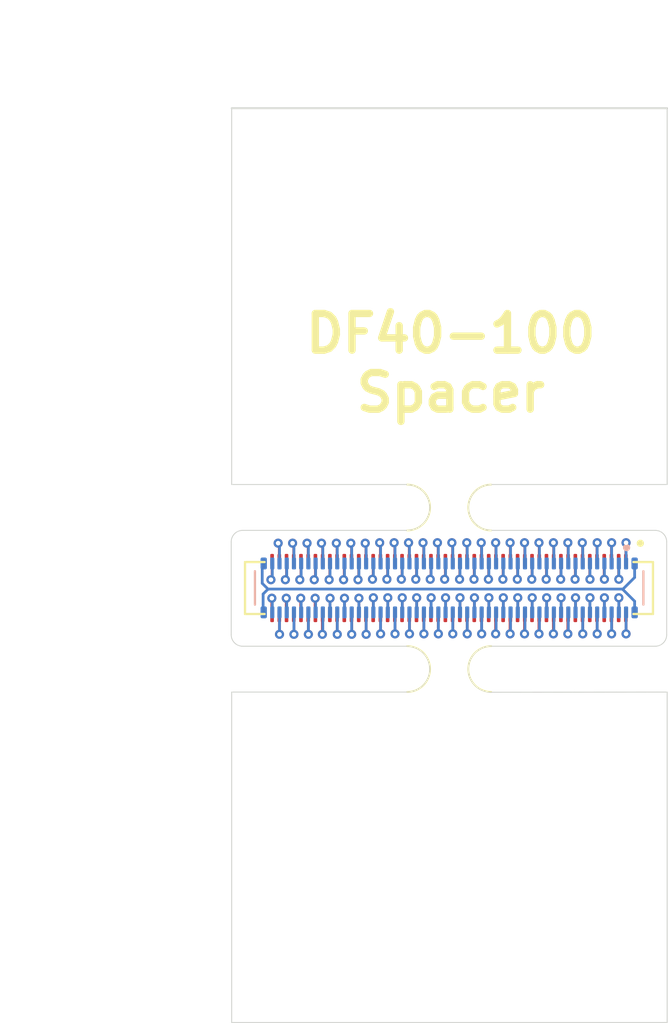
<source format=kicad_pcb>
(kicad_pcb (version 20240108) (generator "pcbnew") (generator_version "8.0")
  (layers (0 "F.Cu" signal) (31 "B.Cu" signal) (34 "B.Paste" user) (35 "F.Paste" user) (36 "B.SilkS" user "B.Silkscreen") (37 "F.SilkS" user "F.Silkscreen") (38 "B.Mask" user) (39 "F.Mask" user) (44 "Edge.Cuts" user))
  (net 0 "")
  (net 1 "Net-(J1-Pad67)")
  (net 2 "Net-(J1-Pad4)")
  (net 3 "Net-(J1-Pad35)")
  (net 4 "Net-(J1-Pad29)")
  (net 5 "Net-(J1-Pad56)")
  (net 6 "Net-(J1-Pad84)")
  (net 7 "Net-(J1-Pad6)")
  (net 8 "Net-(J1-Pad5)")
  (net 9 "Net-(J1-Pad91)")
  (net 10 "Net-(J1-Pad28)")
  (net 11 "Net-(J1-Pad68)")
  (net 12 "Net-(J1-Pad8)")
  (net 13 "Net-(J1-Pad65)")
  (net 14 "Net-(J1-Pad17)")
  (net 15 "Net-(J1-Pad48)")
  (net 16 "Net-(J1-Pad36)")
  (net 17 "Net-(J1-Pad63)")
  (net 18 "Net-(J1-Pad43)")
  (net 19 "Net-(J1-Pad49)")
  (net 20 "Net-(J1-Pad69)")
  (net 21 "Net-(J1-Pad15)")
  (net 22 "Net-(J1-Pad50)")
  (net 23 "Net-(J1-Pad26)")
  (net 24 "Net-(J1-Pad20)")
  (net 25 "Net-(J1-Pad53)")
  (net 26 "Net-(J1-Pad40)")
  (net 27 "Net-(J1-Pad18)")
  (net 28 "Net-(J1-Pad58)")
  (net 29 "Net-(J1-Pad73)")
  (net 30 "Net-(J1-Pad12)")
  (net 31 "Net-(J1-Pad98)")
  (net 32 "Net-(J1-Pad21)")
  (net 33 "Net-(J1-Pad89)")
  (net 34 "Net-(J1-Pad90)")
  (net 35 "Net-(J1-Pad54)")
  (net 36 "Net-(J1-Pad71)")
  (net 37 "Net-(J1-Pad79)")
  (net 38 "Net-(J1-Pad3)")
  (net 39 "Net-(J1-Pad64)")
  (net 40 "Net-(J1-Pad14)")
  (net 41 "Net-(J1-Pad92)")
  (net 42 "Net-(J1-Pad25)")
  (net 43 "Net-(J1-Pad13)")
  (net 44 "Net-(J1-Pad70)")
  (net 45 "Net-(J1-Pad57)")
  (net 46 "Net-(J1-Pad32)")
  (net 47 "Net-(J1-Pad61)")
  (net 48 "Net-(J1-Pad11)")
  (net 49 "Net-(J1-Pad7)")
  (net 50 "Net-(J1-Pad39)")
  (net 51 "Net-(J1-Pad34)")
  (net 52 "Net-(J1-Pad47)")
  (net 53 "Net-(J1-Pad27)")
  (net 54 "Net-(J1-Pad44)")
  (net 55 "Net-(J1-Pad93)")
  (net 56 "Net-(J1-Pad30)")
  (net 57 "Net-(J1-Pad82)")
  (net 58 "Net-(J1-Pad96)")
  (net 59 "Net-(J1-Pad23)")
  (net 60 "Net-(J1-Pad38)")
  (net 61 "Net-(J1-Pad2)")
  (net 62 "Net-(J1-Pad100)")
  (net 63 "Net-(J1-Pad83)")
  (net 64 "Net-(J1-Pad9)")
  (net 65 "Net-(J1-Pad42)")
  (net 66 "Net-(J1-Pad99)")
  (net 67 "Net-(J1-Pad85)")
  (net 68 "Net-(J1-Pad74)")
  (net 69 "Net-(J1-Pad86)")
  (net 70 "Net-(J1-Pad1)")
  (net 71 "Net-(J1-Pad10)")
  (net 72 "Net-(J1-Pad62)")
  (net 73 "Net-(J1-Pad46)")
  (net 74 "Net-(J1-Pad87)")
  (net 75 "Net-(J1-Pad72)")
  (net 76 "Net-(J1-Pad33)")
  (net 77 "Net-(J1-Pad22)")
  (net 78 "Net-(J1-Pad80)")
  (net 79 "Net-(J1-Pad97)")
  (net 80 "Net-(J1-Pad16)")
  (net 81 "Net-(J1-Pad88)")
  (net 82 "Net-(J1-Pad52)")
  (net 83 "Net-(J1-Pad19)")
  (net 84 "Net-(J1-Pad81)")
  (net 85 "Net-(J1-Pad60)")
  (net 86 "Net-(J1-Pad45)")
  (net 87 "Net-(J1-Pad95)")
  (net 88 "Net-(J1-Pad75)")
  (net 89 "Net-(J1-Pad51)")
  (net 90 "Net-(J1-Pad24)")
  (net 91 "Net-(J1-Pad31)")
  (net 92 "Net-(J1-Pad66)")
  (net 93 "Net-(J1-Pad55)")
  (net 94 "Net-(J1-Pad41)")
  (net 95 "Net-(J1-Pad94)")
  (net 96 "Net-(J1-Pad77)")
  (net 97 "Net-(J1-Pad37)")
  (net 98 "Net-(J1-Pad59)")
  (net 99 "Net-(J1-Pad78)")
  (net 100 "Net-(J1-Pad76)")
  (footprint "MountingHole:MountingHole_2.7mm_M2.5" (layer "F.Cu") (at 140.93 68.01)
    (property "Reference" "H1" (hide yes))
    (property "Value" "Thermocouple hole" (hide yes))
  )
  (footprint "DF40C-100DS-0.4V_51_:HIROSE_DF40C-100DS-0.4V_51_" (layer "F.Cu") (at 148.515 89.06)
    (property "Reference" "J1" (hide yes))
    (property "Value" "DF40C-100DS-0.4V_51_" (hide yes))
  )
  (footprint "MountingHole:MountingHole_2.7mm_M2.5" (layer "F.Cu") (at 155.94 68.01)
    (property "Reference" "H2" (hide yes))
    (property "Value" "Thermocouple hole" (hide yes))
  )
  (footprint "MountingHole:MountingHole_2.7mm_M2.5" (layer "F.Cu") (at 155.94 106.49)
    (property "Reference" "H4" (hide yes))
    (property "Value" "Thermocouple hole" (hide yes))
  )
  (footprint "Mousebites:mouse-bite-2.54mm-slot" (layer "F.Cu") (at 148.525 84.6)
    (property "Reference" "MB1" (hide yes))
    (property "Value" "Mousebites" (hide yes))
  )
  (footprint "Mousebites:mouse-bite-2.54mm-slot" (layer "F.Cu") (at 148.525 93.55 180)
    (property "Reference" "MB2" (hide yes))
    (property "Value" "Mousebites" (hide yes))
  )
  (footprint "MountingHole:MountingHole_2.7mm_M2.5" (layer "F.Cu") (at 140.93 106.49)
    (property "Reference" "H3" (hide yes))
    (property "Value" "Thermocouple hole" (hide yes))
  )
  (footprint "DF40C_100DP_0_4V_51_:HIROSE_DF40C-100DP-0.4V_51_" (layer "B.Cu") (at 148.525 89.055 180)
    (property "Reference" "J2" (hide yes))
    (property "Value" "DF40C-100DP-0.4V_51_" (hide yes))
  )
  (gr_line (start 136.475 94.825) (end 146.175 94.825) (stroke (width 0.05)) (layer "Edge.Cuts"))
  (gr_line (start 150.875 94.835283) (end 160.6 94.825) (stroke (width 0.05)) (layer "Edge.Cuts"))
  (gr_line (start 159.94 92.285987) (end 150.87 92.285987) (stroke (width 0.05)) (layer "Edge.Cuts"))
  (gr_line (start 146.175 92.285987) (end 137.085 92.285987) (stroke (width 0.05)) (layer "Edge.Cuts"))
  (gr_arc (start 159.94 85.865) (mid 160.389013 86.050987) (end 160.575 86.5) (stroke (width 0.05)) (layer "Edge.Cuts"))
  (gr_line (start 136.475 113.135) (end 160.6 113.135) (stroke (width 0.05)) (layer "Edge.Cuts"))
  (gr_arc (start 150.875101 94.835283) (mid 149.584802 93.557692) (end 150.875002 92.28) (stroke (width 0.05)) (layer "Edge.Cuts"))
  (gr_line (start 160.575 86.5) (end 160.575 91.65) (stroke (width 0.05)) (layer "Edge.Cuts"))
  (gr_arc (start 137.085 92.285987) (mid 136.635987 92.1) (end 136.45 91.650987) (stroke (width 0.05)) (layer "Edge.Cuts"))
  (gr_line (start 136.475 113.135) (end 136.475 94.825) (stroke (width 0.05)) (layer "Edge.Cuts"))
  (gr_arc (start 136.45 86.5) (mid 136.635987 86.050987) (end 137.085 85.865) (stroke (width 0.05)) (layer "Edge.Cuts"))
  (gr_line (start 136.475 83.325) (end 136.475 62.475) (stroke (width 0.05)) (layer "Edge.Cuts"))
  (gr_line (start 150.875 83.325) (end 160.6 83.325) (stroke (width 0.05)) (layer "Edge.Cuts"))
  (gr_arc (start 146.175 92.285987) (mid 147.454915 93.553125) (end 146.17544 94.820708) (stroke (width 0.05)) (layer "Edge.Cuts"))
  (gr_arc (start 160.575 91.650987) (mid 160.389013 92.1) (end 159.94 92.285987) (stroke (width 0.05)) (layer "Edge.Cuts"))
  (gr_arc (start 146.177505 83.330724) (mid 147.45742 84.597862) (end 146.177945 85.865445) (stroke (width 0.05)) (layer "Edge.Cuts"))
  (gr_line (start 136.475 62.475) (end 160.6 62.475) (stroke (width 0.1016)) (layer "Edge.Cuts"))
  (gr_line (start 136.45 91.65) (end 136.45 86.5) (stroke (width 0.05)) (layer "Edge.Cuts"))
  (gr_line (start 160.6 83.325) (end 160.6 62.475) (stroke (width 0.05)) (layer "Edge.Cuts"))
  (gr_line (start 160.6 113.135) (end 160.6 94.825) (stroke (width 0.05)) (layer "Edge.Cuts"))
  (gr_arc (start 150.875 85.865) (mid 149.595085 84.597862) (end 150.87456 83.330279) (stroke (width 0.05)) (layer "Edge.Cuts"))
  (gr_line (start 150.875 85.865) (end 159.94 85.865) (stroke (width 0.05)) (layer "Edge.Cuts"))
  (gr_line (start 137.085 85.865) (end 146.175 85.865) (stroke (width 0.05)) (layer "Edge.Cuts"))
  (gr_line (start 136.475 83.325) (end 146.18 83.325) (stroke (width 0.05)) (layer "Edge.Cuts"))
  (gr_text "DF40-100\nSpacer" (at 148.61 79.42 0) (layer "F.SilkS") (effects (font (size 2.032 2.032) (thickness 0.4064) (bold yes)) (justify bottom)))
  (segment (start 138.5251 89.1174) (end 138.4926 89.1174) (width 0.1524) (layer "B.Cu") (net 0))
  (segment (start 138.2174 90.3774) (end 138.25 90.41) (width 0.1524) (layer "B.Cu") (net 0))
  (segment (start 138.2174 89.3926) (end 138.2174 90.3774) (width 0.1524) (layer "B.Cu") (net 0))
  (segment (start 138.4926 89.1174) (end 138.2174 89.3926) (width 0.1524) (layer "B.Cu") (net 0))
  (segment (start 158.8 88.475) (end 158.8 87.7) (width 0.1524) (layer "B.Cu") (net 0))
  (segment (start 158.14125 89.13375) (end 158.1249 89.1174) (width 0.1524) (layer "B.Cu") (net 0))
  (segment (start 138.25 87.7) (end 138.1674 87.7826) (width 0.1524) (layer "B.Cu") (net 0))
  (segment (start 138.4849 89.1174) (end 138.5251 89.1174) (width 0.1524) (layer "B.Cu") (net 0))
  (segment (start 138.1674 88.7999) (end 138.4849 89.1174) (width 0.1524) (layer "B.Cu") (net 0))
  (segment (start 158.1249 89.1174) (end 138.5251 89.1174) (width 0.1524) (layer "B.Cu") (net 0))
  (segment (start 158.14125 89.13375) (end 158.8 88.475) (width 0.1524) (layer "B.Cu") (net 0))
  (segment (start 138.1674 87.7826) (end 138.1674 88.7999) (width 0.1524) (layer "B.Cu") (net 0))
  (segment (start 158.8 90.41) (end 158.8 89.7925) (width 0.1524) (layer "B.Cu") (net 0))
  (segment (start 158.8 89.7925) (end 158.14125 89.13375) (width 0.1524) (layer "B.Cu") (net 0))
  (segment (start 145.115 88.535) (end 145.075 88.575) (width 0.1524) (layer "F.Cu") (net 1))
  (segment (start 145.115 87.52) (end 145.115 88.535) (width 0.1524) (layer "F.Cu") (net 1))
  (via (at 145.075 88.575) (size 0.508) (drill 0.254) (layers "F.Cu" "B.Cu") (net 1))
  (segment (start 145.125 87.7) (end 145.125 88.525) (width 0.1524) (layer "B.Cu") (net 1))
  (segment (start 145.125 88.525) (end 145.075 88.575) (width 0.1524) (layer "B.Cu") (net 1))
  (segment (start 157.925 90.59) (end 157.915 90.6) (width 0.1524) (layer "F.Cu") (net 2))
  (segment (start 157.925 89.6) (end 157.925 90.59) (width 0.1524) (layer "F.Cu") (net 2))
  (via (at 157.925 89.6) (size 0.508) (drill 0.254) (layers "F.Cu" "B.Cu") (net 2))
  (segment (start 157.925 90.41) (end 157.925 89.6) (width 0.1524) (layer "B.Cu") (net 2))
  (segment (start 151.515 88.56) (end 151.5 88.575) (width 0.1524) (layer "F.Cu") (net 3))
  (segment (start 151.515 87.52) (end 151.515 88.56) (width 0.1524) (layer "F.Cu") (net 3))
  (via (at 151.5 88.575) (size 0.508) (drill 0.254) (layers "F.Cu" "B.Cu") (net 3))
  (segment (start 151.525 88.55) (end 151.5 88.575) (width 0.1524) (layer "B.Cu") (net 3))
  (segment (start 151.525 87.7) (end 151.525 88.55) (width 0.1524) (layer "B.Cu") (net 3))
  (segment (start 152.715 86.565) (end 152.7 86.55) (width 0.1524) (layer "F.Cu") (net 4))
  (segment (start 152.715 87.52) (end 152.715 86.565) (width 0.1524) (layer "F.Cu") (net 4))
  (via (at 152.7 86.55) (size 0.508) (drill 0.254) (layers "F.Cu" "B.Cu") (net 4))
  (segment (start 152.725 87.7) (end 152.725 86.575) (width 0.1524) (layer "B.Cu") (net 4))
  (segment (start 152.725 86.575) (end 152.7 86.55) (width 0.1524) (layer "B.Cu") (net 4))
  (segment (start 147.525 90.59) (end 147.515 90.6) (width 0.1524) (layer "F.Cu") (net 5))
  (segment (start 147.525 89.6) (end 147.525 90.59) (width 0.1524) (layer "F.Cu") (net 5))
  (via (at 147.525 89.6) (size 0.508) (drill 0.254) (layers "F.Cu" "B.Cu") (net 5))
  (segment (start 147.525 90.41) (end 147.525 89.6) (width 0.1524) (layer "B.Cu") (net 5))
  (segment (start 141.925 89.625) (end 141.925 90.59) (width 0.1524) (layer "F.Cu") (net 6))
  (segment (start 141.925 90.59) (end 141.915 90.6) (width 0.1524) (layer "F.Cu") (net 6))
  (via (at 141.925 89.625) (size 0.508) (drill 0.254) (layers "F.Cu" "B.Cu") (net 6))
  (segment (start 141.925 90.41) (end 141.925 89.625) (width 0.1524) (layer "B.Cu") (net 6))
  (segment (start 157.525 90.61) (end 157.515 90.6) (width 0.1524) (layer "F.Cu") (net 7))
  (segment (start 157.525 91.6) (end 157.525 90.61) (width 0.1524) (layer "F.Cu") (net 7))
  (via (at 157.525 91.6) (size 0.508) (drill 0.254) (layers "F.Cu" "B.Cu") (net 7))
  (segment (start 157.525 90.41) (end 157.525 91.6) (width 0.1524) (layer "B.Cu") (net 7))
  (segment (start 157.515 86.56) (end 157.525 86.55) (width 0.1524) (layer "F.Cu") (net 8))
  (segment (start 157.515 87.52) (end 157.515 86.56) (width 0.1524) (layer "F.Cu") (net 8))
  (via (at 157.525 86.55) (size 0.508) (drill 0.254) (layers "F.Cu" "B.Cu") (net 8))
  (segment (start 157.525 87.7) (end 157.525 86.55) (width 0.1524) (layer "B.Cu") (net 8))
  (segment (start 140.315 88.535) (end 140.25 88.6) (width 0.1524) (layer "F.Cu") (net 9))
  (segment (start 140.315 87.52) (end 140.315 88.535) (width 0.1524) (layer "F.Cu") (net 9))
  (via (at 140.25 88.6) (size 0.508) (drill 0.254) (layers "F.Cu" "B.Cu") (net 9))
  (segment (start 140.325 87.7) (end 140.325 88.525) (width 0.1524) (layer "B.Cu") (net 9))
  (segment (start 140.325 88.525) (end 140.25 88.6) (width 0.1524) (layer "B.Cu") (net 9))
  (segment (start 153.125 89.6) (end 153.125 90.59) (width 0.1524) (layer "F.Cu") (net 10))
  (segment (start 153.125 90.59) (end 153.115 90.6) (width 0.1524) (layer "F.Cu") (net 10))
  (via (at 153.125 89.6) (size 0.508) (drill 0.254) (layers "F.Cu" "B.Cu") (net 10))
  (segment (start 153.125 90.41) (end 153.125 89.6) (width 0.1524) (layer "B.Cu") (net 10))
  (segment (start 145.125 90.59) (end 145.115 90.6) (width 0.1524) (layer "F.Cu") (net 11))
  (segment (start 145.125 89.6) (end 145.125 90.59) (width 0.1524) (layer "F.Cu") (net 11))
  (via (at 145.125 89.6) (size 0.508) (drill 0.254) (layers "F.Cu" "B.Cu") (net 11))
  (segment (start 145.125 90.41) (end 145.125 89.6) (width 0.1524) (layer "B.Cu") (net 11))
  (segment (start 157.125 89.6) (end 157.125 90.59) (width 0.1524) (layer "F.Cu") (net 12))
  (segment (start 157.125 90.59) (end 157.115 90.6) (width 0.1524) (layer "F.Cu") (net 12))
  (via (at 157.125 89.6) (size 0.508) (drill 0.254) (layers "F.Cu" "B.Cu") (net 12))
  (segment (start 157.125 90.41) (end 157.125 89.6) (width 0.1524) (layer "B.Cu") (net 12))
  (segment (start 145.515 87.52) (end 145.515 86.59) (width 0.1524) (layer "F.Cu") (net 13))
  (segment (start 145.515 86.59) (end 145.475 86.55) (width 0.1524) (layer "F.Cu") (net 13))
  (via (at 145.475 86.55) (size 0.508) (drill 0.254) (layers "F.Cu" "B.Cu") (net 13))
  (segment (start 145.525 87.7) (end 145.525 86.6) (width 0.1524) (layer "B.Cu") (net 13))
  (segment (start 145.525 86.6) (end 145.475 86.55) (width 0.1524) (layer "B.Cu") (net 13))
  (segment (start 155.115 87.52) (end 155.115 86.565) (width 0.1524) (layer "F.Cu") (net 14))
  (segment (start 155.115 86.565) (end 155.1 86.55) (width 0.1524) (layer "F.Cu") (net 14))
  (via (at 155.1 86.55) (size 0.508) (drill 0.254) (layers "F.Cu" "B.Cu") (net 14))
  (segment (start 155.125 86.575) (end 155.1 86.55) (width 0.1524) (layer "B.Cu") (net 14))
  (segment (start 155.125 87.7) (end 155.125 86.575) (width 0.1524) (layer "B.Cu") (net 14))
  (segment (start 149.125 89.6) (end 149.125 90.59) (width 0.1524) (layer "F.Cu") (net 15))
  (segment (start 149.125 90.59) (end 149.115 90.6) (width 0.1524) (layer "F.Cu") (net 15))
  (via (at 149.125 89.6) (size 0.508) (drill 0.254) (layers "F.Cu" "B.Cu") (net 15))
  (segment (start 149.125 90.41) (end 149.125 89.6) (width 0.1524) (layer "B.Cu") (net 15))
  (segment (start 151.525 90.59) (end 151.515 90.6) (width 0.1524) (layer "F.Cu") (net 16))
  (segment (start 151.525 89.6) (end 151.525 90.59) (width 0.1524) (layer "F.Cu") (net 16))
  (via (at 151.525 89.6) (size 0.508) (drill 0.254) (layers "F.Cu" "B.Cu") (net 16))
  (segment (start 151.525 90.41) (end 151.525 89.6) (width 0.1524) (layer "B.Cu") (net 16))
  (segment (start 145.915 88.535) (end 145.875 88.575) (width 0.1524) (layer "F.Cu") (net 17))
  (segment (start 145.915 87.52) (end 145.915 88.535) (width 0.1524) (layer "F.Cu") (net 17))
  (via (at 145.875 88.575) (size 0.508) (drill 0.254) (layers "F.Cu" "B.Cu") (net 17))
  (segment (start 145.925 87.7) (end 145.925 88.525) (width 0.1524) (layer "B.Cu") (net 17))
  (segment (start 145.925 88.525) (end 145.875 88.575) (width 0.1524) (layer "B.Cu") (net 17))
  (segment (start 149.915 88.56) (end 149.9 88.575) (width 0.1524) (layer "F.Cu") (net 18))
  (segment (start 149.915 87.52) (end 149.915 88.56) (width 0.1524) (layer "F.Cu") (net 18))
  (via (at 149.9 88.575) (size 0.508) (drill 0.254) (layers "F.Cu" "B.Cu") (net 18))
  (segment (start 149.925 87.7) (end 149.925 88.55) (width 0.1524) (layer "B.Cu") (net 18))
  (segment (start 149.925 88.55) (end 149.9 88.575) (width 0.1524) (layer "B.Cu") (net 18))
  (segment (start 148.715 86.59) (end 148.675 86.55) (width 0.1524) (layer "F.Cu") (net 19))
  (segment (start 148.715 87.52) (end 148.715 86.59) (width 0.1524) (layer "F.Cu") (net 19))
  (via (at 148.675 86.55) (size 0.508) (drill 0.254) (layers "F.Cu" "B.Cu") (net 19))
  (segment (start 148.725 87.7) (end 148.725 86.6) (width 0.1524) (layer "B.Cu") (net 19))
  (segment (start 148.725 86.6) (end 148.675 86.55) (width 0.1524) (layer "B.Cu") (net 19))
  (segment (start 144.715 86.59) (end 144.675 86.55) (width 0.1524) (layer "F.Cu") (net 20))
  (segment (start 144.715 87.52) (end 144.715 86.59) (width 0.1524) (layer "F.Cu") (net 20))
  (via (at 144.675 86.55) (size 0.508) (drill 0.254) (layers "F.Cu" "B.Cu") (net 20))
  (segment (start 144.725 87.7) (end 144.725 86.6) (width 0.1524) (layer "B.Cu") (net 20))
  (segment (start 144.725 86.6) (end 144.675 86.55) (width 0.1524) (layer "B.Cu") (net 20))
  (segment (start 155.515 87.52) (end 155.515 88.56) (width 0.1524) (layer "F.Cu") (net 21))
  (segment (start 155.515 88.56) (end 155.5 88.575) (width 0.1524) (layer "F.Cu") (net 21))
  (via (at 155.5 88.575) (size 0.508) (drill 0.254) (layers "F.Cu" "B.Cu") (net 21))
  (segment (start 155.525 87.7) (end 155.525 88.55) (width 0.1524) (layer "B.Cu") (net 21))
  (segment (start 155.525 88.55) (end 155.5 88.575) (width 0.1524) (layer "B.Cu") (net 21))
  (segment (start 148.725 91.6) (end 148.725 90.61) (width 0.1524) (layer "F.Cu") (net 22))
  (segment (start 148.725 90.61) (end 148.715 90.6) (width 0.1524) (layer "F.Cu") (net 22))
  (via (at 148.725 91.6) (size 0.508) (drill 0.254) (layers "F.Cu" "B.Cu") (net 22))
  (segment (start 148.725 90.41) (end 148.725 91.6) (width 0.1524) (layer "B.Cu") (net 22))
  (segment (start 153.5 91.6) (end 153.5 90.615) (width 0.1524) (layer "F.Cu") (net 23))
  (segment (start 153.5 90.615) (end 153.515 90.6) (width 0.1524) (layer "F.Cu") (net 23))
  (via (at 153.5 91.6) (size 0.508) (drill 0.254) (layers "F.Cu" "B.Cu") (net 23))
  (segment (start 153.525 90.41) (end 153.525 91.575) (width 0.1524) (layer "B.Cu") (net 23))
  (segment (start 153.525 91.575) (end 153.5 91.6) (width 0.1524) (layer "B.Cu") (net 23))
  (segment (start 154.725 90.59) (end 154.715 90.6) (width 0.1524) (layer "F.Cu") (net 24))
  (segment (start 154.725 89.6) (end 154.725 90.59) (width 0.1524) (layer "F.Cu") (net 24))
  (via (at 154.725 89.6) (size 0.508) (drill 0.254) (layers "F.Cu" "B.Cu") (net 24))
  (segment (start 154.725 90.41) (end 154.725 89.6) (width 0.1524) (layer "B.Cu") (net 24))
  (segment (start 147.915 86.59) (end 147.875 86.55) (width 0.1524) (layer "F.Cu") (net 25))
  (segment (start 147.915 87.52) (end 147.915 86.59) (width 0.1524) (layer "F.Cu") (net 25))
  (via (at 147.875 86.55) (size 0.508) (drill 0.254) (layers "F.Cu" "B.Cu") (net 25))
  (segment (start 147.925 87.7) (end 147.925 86.6) (width 0.1524) (layer "B.Cu") (net 25))
  (segment (start 147.925 86.6) (end 147.875 86.55) (width 0.1524) (layer "B.Cu") (net 25))
  (segment (start 150.725 89.6) (end 150.725 90.59) (width 0.1524) (layer "F.Cu") (net 26))
  (segment (start 150.725 90.59) (end 150.715 90.6) (width 0.1524) (layer "F.Cu") (net 26))
  (via (at 150.725 89.6) (size 0.508) (drill 0.254) (layers "F.Cu" "B.Cu") (net 26))
  (segment (start 150.725 90.41) (end 150.725 89.6) (width 0.1524) (layer "B.Cu") (net 26))
  (segment (start 155.1 90.615) (end 155.115 90.6) (width 0.1524) (layer "F.Cu") (net 27))
  (segment (start 155.1 91.6) (end 155.1 90.615) (width 0.1524) (layer "F.Cu") (net 27))
  (via (at 155.1 91.6) (size 0.508) (drill 0.254) (layers "F.Cu" "B.Cu") (net 27))
  (segment (start 155.125 91.575) (end 155.1 91.6) (width 0.1524) (layer "B.Cu") (net 27))
  (segment (start 155.125 90.41) (end 155.125 91.575) (width 0.1524) (layer "B.Cu") (net 27))
  (segment (start 147.125 90.61) (end 147.115 90.6) (width 0.1524) (layer "F.Cu") (net 28))
  (segment (start 147.125 91.6) (end 147.125 90.61) (width 0.1524) (layer "F.Cu") (net 28))
  (via (at 147.125 91.6) (size 0.508) (drill 0.254) (layers "F.Cu" "B.Cu") (net 28))
  (segment (start 147.125 90.41) (end 147.125 91.6) (width 0.1524) (layer "B.Cu") (net 28))
  (segment (start 143.915 87.52) (end 143.915 86.615) (width 0.1524) (layer "F.Cu") (net 29))
  (segment (start 143.915 86.615) (end 143.875 86.575) (width 0.1524) (layer "F.Cu") (net 29))
  (via (at 143.875 86.575) (size 0.508) (drill 0.254) (layers "F.Cu" "B.Cu") (net 29))
  (segment (start 143.925 87.7) (end 143.925 86.625) (width 0.1524) (layer "B.Cu") (net 29))
  (segment (start 143.925 86.625) (end 143.875 86.575) (width 0.1524) (layer "B.Cu") (net 29))
  (segment (start 156.325 89.6) (end 156.325 90.59) (width 0.1524) (layer "F.Cu") (net 30))
  (segment (start 156.325 90.59) (end 156.315 90.6) (width 0.1524) (layer "F.Cu") (net 30))
  (via (at 156.325 89.6) (size 0.508) (drill 0.254) (layers "F.Cu" "B.Cu") (net 30))
  (segment (start 156.325 90.41) (end 156.325 89.6) (width 0.1524) (layer "B.Cu") (net 30))
  (segment (start 139.125 91.625) (end 139.125 90.61) (width 0.1524) (layer "F.Cu") (net 31))
  (segment (start 139.125 90.61) (end 139.115 90.6) (width 0.1524) (layer "F.Cu") (net 31))
  (via (at 139.125 91.625) (size 0.508) (drill 0.254) (layers "F.Cu" "B.Cu") (net 31))
  (segment (start 139.125 90.41) (end 139.125 91.625) (width 0.1524) (layer "B.Cu") (net 31))
  (segment (start 154.315 86.565) (end 154.3 86.55) (width 0.1524) (layer "F.Cu") (net 32))
  (segment (start 154.315 87.52) (end 154.315 86.565) (width 0.1524) (layer "F.Cu") (net 32))
  (via (at 154.3 86.55) (size 0.508) (drill 0.254) (layers "F.Cu" "B.Cu") (net 32))
  (segment (start 154.325 86.575) (end 154.3 86.55) (width 0.1524) (layer "B.Cu") (net 32))
  (segment (start 154.325 87.7) (end 154.325 86.575) (width 0.1524) (layer "B.Cu") (net 32))
  (segment (start 140.715 87.52) (end 140.715 86.64) (width 0.1524) (layer "F.Cu") (net 33))
  (segment (start 140.715 86.64) (end 140.65 86.575) (width 0.1524) (layer "F.Cu") (net 33))
  (via (at 140.65 86.575) (size 0.508) (drill 0.254) (layers "F.Cu" "B.Cu") (net 33))
  (segment (start 140.725 86.65) (end 140.65 86.575) (width 0.1524) (layer "B.Cu") (net 33))
  (segment (start 140.725 87.7) (end 140.725 86.65) (width 0.1524) (layer "B.Cu") (net 33))
  (segment (start 140.725 90.61) (end 140.715 90.6) (width 0.1524) (layer "F.Cu") (net 34))
  (segment (start 140.725 91.625) (end 140.725 90.61) (width 0.1524) (layer "F.Cu") (net 34))
  (via (at 140.725 91.625) (size 0.508) (drill 0.254) (layers "F.Cu" "B.Cu") (net 34))
  (segment (start 140.725 90.41) (end 140.725 91.625) (width 0.1524) (layer "B.Cu") (net 34))
  (segment (start 147.925 90.61) (end 147.915 90.6) (width 0.1524) (layer "F.Cu") (net 35))
  (segment (start 147.925 91.6) (end 147.925 90.61) (width 0.1524) (layer "F.Cu") (net 35))
  (via (at 147.925 91.6) (size 0.508) (drill 0.254) (layers "F.Cu" "B.Cu") (net 35))
  (segment (start 147.925 90.41) (end 147.925 91.6) (width 0.1524) (layer "B.Cu") (net 35))
  (segment (start 144.315 88.535) (end 144.275 88.575) (width 0.1524) (layer "F.Cu") (net 36))
  (segment (start 144.315 87.52) (end 144.315 88.535) (width 0.1524) (layer "F.Cu") (net 36))
  (via (at 144.275 88.575) (size 0.508) (drill 0.254) (layers "F.Cu" "B.Cu") (net 36))
  (segment (start 144.325 88.525) (end 144.275 88.575) (width 0.1524) (layer "B.Cu") (net 36))
  (segment (start 144.325 87.7) (end 144.325 88.525) (width 0.1524) (layer "B.Cu") (net 36))
  (segment (start 142.715 87.52) (end 142.715 88.56) (width 0.1524) (layer "F.Cu") (net 37))
  (segment (start 142.715 88.56) (end 142.675 88.6) (width 0.1524) (layer "F.Cu") (net 37))
  (via (at 142.675 88.6) (size 0.508) (drill 0.254) (layers "F.Cu" "B.Cu") (net 37))
  (segment (start 142.725 88.55) (end 142.675 88.6) (width 0.1524) (layer "B.Cu") (net 37))
  (segment (start 142.725 87.7) (end 142.725 88.55) (width 0.1524) (layer "B.Cu") (net 37))
  (segment (start 157.915 87.52) (end 157.915 88.565) (width 0.1524) (layer "F.Cu") (net 38))
  (segment (start 157.915 88.565) (end 157.925 88.575) (width 0.1524) (layer "F.Cu") (net 38))
  (via (at 157.925 88.575) (size 0.508) (drill 0.254) (layers "F.Cu" "B.Cu") (net 38))
  (segment (start 157.925 87.7) (end 157.925 88.575) (width 0.1524) (layer "B.Cu") (net 38))
  (segment (start 145.925 89.6) (end 145.925 90.59) (width 0.1524) (layer "F.Cu") (net 39))
  (segment (start 145.925 90.59) (end 145.915 90.6) (width 0.1524) (layer "F.Cu") (net 39))
  (via (at 145.925 89.6) (size 0.508) (drill 0.254) (layers "F.Cu" "B.Cu") (net 39))
  (segment (start 145.925 90.41) (end 145.925 89.6) (width 0.1524) (layer "B.Cu") (net 39))
  (segment (start 155.925 91.6) (end 155.925 90.61) (width 0.1524) (layer "F.Cu") (net 40))
  (segment (start 155.925 90.61) (end 155.915 90.6) (width 0.1524) (layer "F.Cu") (net 40))
  (via (at 155.925 91.6) (size 0.508) (drill 0.254) (layers "F.Cu" "B.Cu") (net 40))
  (segment (start 155.925 90.41) (end 155.925 91.6) (width 0.1524) (layer "B.Cu") (net 40))
  (segment (start 140.3 90.585) (end 140.315 90.6) (width 0.1524) (layer "F.Cu") (net 41))
  (segment (start 140.3 89.625) (end 140.3 90.585) (width 0.1524) (layer "F.Cu") (net 41))
  (via (at 140.3 89.625) (size 0.508) (drill 0.254) (layers "F.Cu" "B.Cu") (net 41))
  (segment (start 140.325 90.41) (end 140.325 89.65) (width 0.1524) (layer "B.Cu") (net 41))
  (segment (start 140.325 89.65) (end 140.3 89.625) (width 0.1524) (layer "B.Cu") (net 41))
  (segment (start 153.515 87.52) (end 153.515 86.565) (width 0.1524) (layer "F.Cu") (net 42))
  (segment (start 153.515 86.565) (end 153.5 86.55) (width 0.1524) (layer "F.Cu") (net 42))
  (via (at 153.5 86.55) (size 0.508) (drill 0.254) (layers "F.Cu" "B.Cu") (net 42))
  (segment (start 153.525 87.7) (end 153.525 86.575) (width 0.1524) (layer "B.Cu") (net 42))
  (segment (start 153.525 86.575) (end 153.5 86.55) (width 0.1524) (layer "B.Cu") (net 42))
  (segment (start 155.915 87.52) (end 155.915 86.565) (width 0.1524) (layer "F.Cu") (net 43))
  (segment (start 155.915 86.565) (end 155.9 86.55) (width 0.1524) (layer "F.Cu") (net 43))
  (via (at 155.9 86.55) (size 0.508) (drill 0.254) (layers "F.Cu" "B.Cu") (net 43))
  (segment (start 155.925 87.7) (end 155.925 86.575) (width 0.1524) (layer "B.Cu") (net 43))
  (segment (start 155.925 86.575) (end 155.9 86.55) (width 0.1524) (layer "B.Cu") (net 43))
  (segment (start 144.725 90.61) (end 144.715 90.6) (width 0.1524) (layer "F.Cu") (net 44))
  (segment (start 144.725 91.6) (end 144.725 90.61) (width 0.1524) (layer "F.Cu") (net 44))
  (via (at 144.725 91.6) (size 0.508) (drill 0.254) (layers "F.Cu" "B.Cu") (net 44))
  (segment (start 144.725 90.41) (end 144.725 91.6) (width 0.1524) (layer "B.Cu") (net 44))
  (segment (start 147.115 86.59) (end 147.075 86.55) (width 0.1524) (layer "F.Cu") (net 45))
  (segment (start 147.115 87.52) (end 147.115 86.59) (width 0.1524) (layer "F.Cu") (net 45))
  (via (at 147.075 86.55) (size 0.508) (drill 0.254) (layers "F.Cu" "B.Cu") (net 45))
  (segment (start 147.125 87.7) (end 147.125 86.6) (width 0.1524) (layer "B.Cu") (net 45))
  (segment (start 147.125 86.6) (end 147.075 86.55) (width 0.1524) (layer "B.Cu") (net 45))
  (segment (start 152.325 89.6) (end 152.325 90.59) (width 0.1524) (layer "F.Cu") (net 46))
  (segment (start 152.325 90.59) (end 152.315 90.6) (width 0.1524) (layer "F.Cu") (net 46))
  (via (at 152.325 89.6) (size 0.508) (drill 0.254) (layers "F.Cu" "B.Cu") (net 46))
  (segment (start 152.325 90.41) (end 152.325 89.6) (width 0.1524) (layer "B.Cu") (net 46))
  (segment (start 146.315 86.59) (end 146.275 86.55) (width 0.1524) (layer "F.Cu") (net 47))
  (segment (start 146.315 87.52) (end 146.315 86.59) (width 0.1524) (layer "F.Cu") (net 47))
  (via (at 146.275 86.55) (size 0.508) (drill 0.254) (layers "F.Cu" "B.Cu") (net 47))
  (segment (start 146.325 86.6) (end 146.275 86.55) (width 0.1524) (layer "B.Cu") (net 47))
  (segment (start 146.325 87.7) (end 146.325 86.6) (width 0.1524) (layer "B.Cu") (net 47))
  (segment (start 156.315 88.565) (end 156.325 88.575) (width 0.1524) (layer "F.Cu") (net 48))
  (segment (start 156.315 87.52) (end 156.315 88.565) (width 0.1524) (layer "F.Cu") (net 48))
  (via (at 156.325 88.575) (size 0.508) (drill 0.254) (layers "F.Cu" "B.Cu") (net 48))
  (segment (start 156.325 87.7) (end 156.325 88.575) (width 0.1524) (layer "B.Cu") (net 48))
  (segment (start 157.115 88.565) (end 157.125 88.575) (width 0.1524) (layer "F.Cu") (net 49))
  (segment (start 157.115 87.52) (end 157.115 88.565) (width 0.1524) (layer "F.Cu") (net 49))
  (via (at 157.125 88.575) (size 0.508) (drill 0.254) (layers "F.Cu" "B.Cu") (net 49))
  (segment (start 157.125 87.7) (end 157.125 88.575) (width 0.1524) (layer "B.Cu") (net 49))
  (segment (start 150.715 87.52) (end 150.715 88.56) (width 0.1524) (layer "F.Cu") (net 50))
  (segment (start 150.715 88.56) (end 150.7 88.575) (width 0.1524) (layer "F.Cu") (net 50))
  (via (at 150.7 88.575) (size 0.508) (drill 0.254) (layers "F.Cu" "B.Cu") (net 50))
  (segment (start 150.725 87.7) (end 150.725 88.55) (width 0.1524) (layer "B.Cu") (net 50))
  (segment (start 150.725 88.55) (end 150.7 88.575) (width 0.1524) (layer "B.Cu") (net 50))
  (segment (start 151.9 90.615) (end 151.915 90.6) (width 0.1524) (layer "F.Cu") (net 51))
  (segment (start 151.9 91.6) (end 151.9 90.615) (width 0.1524) (layer "F.Cu") (net 51))
  (via (at 151.9 91.6) (size 0.508) (drill 0.254) (layers "F.Cu" "B.Cu") (net 51))
  (segment (start 151.925 90.41) (end 151.925 91.575) (width 0.1524) (layer "B.Cu") (net 51))
  (segment (start 151.925 91.575) (end 151.9 91.6) (width 0.1524) (layer "B.Cu") (net 51))
  (segment (start 149.115 88.56) (end 149.1 88.575) (width 0.1524) (layer "F.Cu") (net 52))
  (segment (start 149.115 87.52) (end 149.115 88.56) (width 0.1524) (layer "F.Cu") (net 52))
  (via (at 149.1 88.575) (size 0.508) (drill 0.254) (layers "F.Cu" "B.Cu") (net 52))
  (segment (start 149.125 88.55) (end 149.1 88.575) (width 0.1524) (layer "B.Cu") (net 52))
  (segment (start 149.125 87.7) (end 149.125 88.55) (width 0.1524) (layer "B.Cu") (net 52))
  (segment (start 153.115 87.52) (end 153.115 88.56) (width 0.1524) (layer "F.Cu") (net 53))
  (segment (start 153.115 88.56) (end 153.1 88.575) (width 0.1524) (layer "F.Cu") (net 53))
  (via (at 153.1 88.575) (size 0.508) (drill 0.254) (layers "F.Cu" "B.Cu") (net 53))
  (segment (start 153.125 87.7) (end 153.125 88.55) (width 0.1524) (layer "B.Cu") (net 53))
  (segment (start 153.125 88.55) (end 153.1 88.575) (width 0.1524) (layer "B.Cu") (net 53))
  (segment (start 149.925 89.6) (end 149.925 90.59) (width 0.1524) (layer "F.Cu") (net 54))
  (segment (start 149.925 90.59) (end 149.915 90.6) (width 0.1524) (layer "F.Cu") (net 54))
  (via (at 149.925 89.6) (size 0.508) (drill 0.254) (layers "F.Cu" "B.Cu") (net 54))
  (segment (start 149.925 90.41) (end 149.925 89.6) (width 0.1524) (layer "B.Cu") (net 54))
  (segment (start 139.915 87.52) (end 139.915 86.64) (width 0.1524) (layer "F.Cu") (net 55))
  (segment (start 139.915 86.64) (end 139.85 86.575) (width 0.1524) (layer "F.Cu") (net 55))
  (via (at 139.85 86.575) (size 0.508) (drill 0.254) (layers "F.Cu" "B.Cu") (net 55))
  (segment (start 139.925 86.65) (end 139.85 86.575) (width 0.1524) (layer "B.Cu") (net 55))
  (segment (start 139.925 87.7) (end 139.925 86.65) (width 0.1524) (layer "B.Cu") (net 55))
  (segment (start 152.7 91.6) (end 152.7 90.615) (width 0.1524) (layer "F.Cu") (net 56))
  (segment (start 152.7 90.615) (end 152.715 90.6) (width 0.1524) (layer "F.Cu") (net 56))
  (via (at 152.7 91.6) (size 0.508) (drill 0.254) (layers "F.Cu" "B.Cu") (net 56))
  (segment (start 152.725 90.41) (end 152.725 91.575) (width 0.1524) (layer "B.Cu") (net 56))
  (segment (start 152.725 91.575) (end 152.7 91.6) (width 0.1524) (layer "B.Cu") (net 56))
  (segment (start 142.325 90.61) (end 142.315 90.6) (width 0.1524) (layer "F.Cu") (net 57))
  (segment (start 142.325 91.625) (end 142.325 90.61) (width 0.1524) (layer "F.Cu") (net 57))
  (via (at 142.325 91.625) (size 0.508) (drill 0.254) (layers "F.Cu" "B.Cu") (net 57))
  (segment (start 142.325 90.41) (end 142.325 91.625) (width 0.1524) (layer "B.Cu") (net 57))
  (segment (start 139.5 90.585) (end 139.515 90.6) (width 0.1524) (layer "F.Cu") (net 58))
  (segment (start 139.5 89.625) (end 139.5 90.585) (width 0.1524) (layer "F.Cu") (net 58))
  (via (at 139.5 89.625) (size 0.508) (drill 0.254) (layers "F.Cu" "B.Cu") (net 58))
  (segment (start 139.525 90.41) (end 139.525 89.65) (width 0.1524) (layer "B.Cu") (net 58))
  (segment (start 139.525 89.65) (end 139.5 89.625) (width 0.1524) (layer "B.Cu") (net 58))
  (segment (start 153.915 87.52) (end 153.915 88.56) (width 0.1524) (layer "F.Cu") (net 59))
  (segment (start 153.915 88.56) (end 153.9 88.575) (width 0.1524) (layer "F.Cu") (net 59))
  (via (at 153.9 88.575) (size 0.508) (drill 0.254) (layers "F.Cu" "B.Cu") (net 59))
  (segment (start 153.925 87.7) (end 153.925 88.55) (width 0.1524) (layer "B.Cu") (net 59))
  (segment (start 153.925 88.55) (end 153.9 88.575) (width 0.1524) (layer "B.Cu") (net 59))
  (segment (start 151.1 91.6) (end 151.1 90.615) (width 0.1524) (layer "F.Cu") (net 60))
  (segment (start 151.1 90.615) (end 151.115 90.6) (width 0.1524) (layer "F.Cu") (net 60))
  (via (at 151.1 91.6) (size 0.508) (drill 0.254) (layers "F.Cu" "B.Cu") (net 60))
  (segment (start 151.125 91.575) (end 151.1 91.6) (width 0.1524) (layer "B.Cu") (net 60))
  (segment (start 151.125 90.41) (end 151.125 91.575) (width 0.1524) (layer "B.Cu") (net 60))
  (segment (start 158.325 90.61) (end 158.315 90.6) (width 0.1524) (layer "F.Cu") (net 61))
  (segment (start 158.325 91.6) (end 158.325 90.61) (width 0.1524) (layer "F.Cu") (net 61))
  (via (at 158.325 91.6) (size 0.508) (drill 0.254) (layers "F.Cu" "B.Cu") (net 61))
  (segment (start 158.325 90.41) (end 158.325 91.6) (width 0.1524) (layer "B.Cu") (net 61))
  (segment (start 138.7 90.585) (end 138.715 90.6) (width 0.1524) (layer "F.Cu") (net 62))
  (segment (start 138.7 89.625) (end 138.7 90.585) (width 0.1524) (layer "F.Cu") (net 62))
  (via (at 138.7 89.625) (size 0.508) (drill 0.254) (layers "F.Cu" "B.Cu") (net 62))
  (segment (start 138.725 89.65) (end 138.7 89.625) (width 0.1524) (layer "B.Cu") (net 62))
  (segment (start 138.725 90.41) (end 138.725 89.65) (width 0.1524) (layer "B.Cu") (net 62))
  (segment (start 141.915 88.56) (end 141.875 88.6) (width 0.1524) (layer "F.Cu") (net 63))
  (segment (start 141.915 87.52) (end 141.915 88.56) (width 0.1524) (layer "F.Cu") (net 63))
  (via (at 141.875 88.6) (size 0.508) (drill 0.254) (layers "F.Cu" "B.Cu") (net 63))
  (segment (start 141.925 87.7) (end 141.925 88.55) (width 0.1524) (layer "B.Cu") (net 63))
  (segment (start 141.925 88.55) (end 141.875 88.6) (width 0.1524) (layer "B.Cu") (net 63))
  (segment (start 156.715 86.56) (end 156.725 86.55) (width 0.1524) (layer "F.Cu") (net 64))
  (segment (start 156.715 87.52) (end 156.715 86.56) (width 0.1524) (layer "F.Cu") (net 64))
  (via (at 156.725 86.55) (size 0.508) (drill 0.254) (layers "F.Cu" "B.Cu") (net 64))
  (segment (start 156.725 87.7) (end 156.725 86.55) (width 0.1524) (layer "B.Cu") (net 64))
  (segment (start 150.325 90.61) (end 150.315 90.6) (width 0.1524) (layer "F.Cu") (net 65))
  (segment (start 150.325 91.6) (end 150.325 90.61) (width 0.1524) (layer "F.Cu") (net 65))
  (via (at 150.325 91.6) (size 0.508) (drill 0.254) (layers "F.Cu" "B.Cu") (net 65))
  (segment (start 150.325 90.41) (end 150.325 91.6) (width 0.1524) (layer "B.Cu") (net 65))
  (segment (start 138.715 88.535) (end 138.65 88.6) (width 0.1524) (layer "F.Cu") (net 66))
  (segment (start 138.715 87.52) (end 138.715 88.535) (width 0.1524) (layer "F.Cu") (net 66))
  (via (at 138.65 88.6) (size 0.508) (drill 0.254) (layers "F.Cu" "B.Cu") (net 66))
  (segment (start 138.65 88.6) (end 138.725 88.525) (width 0.1524) (layer "B.Cu") (net 66))
  (segment (start 138.725 88.525) (end 138.725 87.7) (width 0.1524) (layer "B.Cu") (net 66))
  (segment (start 141.515 87.52) (end 141.515 86.64) (width 0.1524) (layer "F.Cu") (net 67))
  (segment (start 141.515 86.64) (end 141.45 86.575) (width 0.1524) (layer "F.Cu") (net 67))
  (via (at 141.45 86.575) (size 0.508) (drill 0.254) (layers "F.Cu" "B.Cu") (net 67))
  (segment (start 141.525 86.65) (end 141.45 86.575) (width 0.1524) (layer "B.Cu") (net 67))
  (segment (start 141.525 87.7) (end 141.525 86.65) (width 0.1524) (layer "B.Cu") (net 67))
  (segment (start 143.925 90.61) (end 143.915 90.6) (width 0.1524) (layer "F.Cu") (net 68))
  (segment (start 143.925 91.625) (end 143.925 90.61) (width 0.1524) (layer "F.Cu") (net 68))
  (via (at 143.925 91.625) (size 0.508) (drill 0.254) (layers "F.Cu" "B.Cu") (net 68))
  (segment (start 143.925 90.41) (end 143.925 91.625) (width 0.1524) (layer "B.Cu") (net 68))
  (segment (start 141.5 90.615) (end 141.515 90.6) (width 0.1524) (layer "F.Cu") (net 69))
  (segment (start 141.5 91.625) (end 141.5 90.615) (width 0.1524) (layer "F.Cu") (net 69))
  (via (at 141.5 91.625) (size 0.508) (drill 0.254) (layers "F.Cu" "B.Cu") (net 69))
  (segment (start 141.525 90.41) (end 141.525 91.6) (width 0.1524) (layer "B.Cu") (net 69))
  (segment (start 141.525 91.6) (end 141.5 91.625) (width 0.1524) (layer "B.Cu") (net 69))
  (segment (start 158.315 86.56) (end 158.325 86.55) (width 0.1524) (layer "F.Cu") (net 70))
  (segment (start 158.315 87.52) (end 158.315 86.56) (width 0.1524) (layer "F.Cu") (net 70))
  (via (at 158.325 86.55) (size 0.508) (drill 0.254) (layers "F.Cu" "B.Cu") (net 70))
  (segment (start 158.325 87.7) (end 158.325 86.55) (width 0.1524) (layer "B.Cu") (net 70))
  (segment (start 156.725 91.6) (end 156.725 90.61) (width 0.1524) (layer "F.Cu") (net 71))
  (segment (start 156.725 90.61) (end 156.715 90.6) (width 0.1524) (layer "F.Cu") (net 71))
  (via (at 156.725 91.6) (size 0.508) (drill 0.254) (layers "F.Cu" "B.Cu") (net 71))
  (segment (start 156.725 90.41) (end 156.725 91.6) (width 0.1524) (layer "B.Cu") (net 71))
  (segment (start 146.325 90.61) (end 146.315 90.6) (width 0.1524) (layer "F.Cu") (net 72))
  (segment (start 146.325 91.6) (end 146.325 90.61) (width 0.1524) (layer "F.Cu") (net 72))
  (via (at 146.325 91.6) (size 0.508) (drill 0.254) (layers "F.Cu" "B.Cu") (net 72))
  (segment (start 146.325 90.41) (end 146.325 91.6) (width 0.1524) (layer "B.Cu") (net 72))
  (segment (start 149.525 91.6) (end 149.525 90.61) (width 0.1524) (layer "F.Cu") (net 73))
  (segment (start 149.525 90.61) (end 149.515 90.6) (width 0.1524) (layer "F.Cu") (net 73))
  (via (at 149.525 91.6) (size 0.508) (drill 0.254) (layers "F.Cu" "B.Cu") (net 73))
  (segment (start 149.525 90.41) (end 149.525 91.6) (width 0.1524) (layer "B.Cu") (net 73))
  (segment (start 141.115 87.52) (end 141.115 88.535) (width 0.1524) (layer "F.Cu") (net 74))
  (segment (start 141.115 88.535) (end 141.05 88.6) (width 0.1524) (layer "F.Cu") (net 74))
  (via (at 141.05 88.6) (size 0.508) (drill 0.254) (layers "F.Cu" "B.Cu") (net 74))
  (segment (start 141.125 88.525) (end 141.05 88.6) (width 0.1524) (layer "B.Cu") (net 74))
  (segment (start 141.125 87.7) (end 141.125 88.525) (width 0.1524) (layer "B.Cu") (net 74))
  (segment (start 144.325 90.59) (end 144.315 90.6) (width 0.1524) (layer "F.Cu") (net 75))
  (segment (start 144.325 89.6) (end 144.325 90.59) (width 0.1524) (layer "F.Cu") (net 75))
  (via (at 144.325 89.6) (size 0.508) (drill 0.254) (layers "F.Cu" "B.Cu") (net 75))
  (segment (start 144.325 90.41) (end 144.325 89.6) (width 0.1524) (layer "B.Cu") (net 75))
  (segment (start 151.915 87.52) (end 151.915 86.565) (width 0.1524) (layer "F.Cu") (net 76))
  (segment (start 151.915 86.565) (end 151.9 86.55) (width 0.1524) (layer "F.Cu") (net 76))
  (via (at 151.9 86.55) (size 0.508) (drill 0.254) (layers "F.Cu" "B.Cu") (net 76))
  (segment (start 151.925 86.575) (end 151.9 86.55) (width 0.1524) (layer "B.Cu") (net 76))
  (segment (start 151.925 87.7) (end 151.925 86.575) (width 0.1524) (layer "B.Cu") (net 76))
  (segment (start 154.3 90.615) (end 154.315 90.6) (width 0.1524) (layer "F.Cu") (net 77))
  (segment (start 154.3 91.6) (end 154.3 90.615) (width 0.1524) (layer "F.Cu") (net 77))
  (via (at 154.3 91.6) (size 0.508) (drill 0.254) (layers "F.Cu" "B.Cu") (net 77))
  (segment (start 154.325 91.575) (end 154.3 91.6) (width 0.1524) (layer "B.Cu") (net 77))
  (segment (start 154.325 90.41) (end 154.325 91.575) (width 0.1524) (layer "B.Cu") (net 77))
  (segment (start 142.725 90.59) (end 142.715 90.6) (width 0.1524) (layer "F.Cu") (net 78))
  (segment (start 142.725 89.625) (end 142.725 90.59) (width 0.1524) (layer "F.Cu") (net 78))
  (via (at 142.725 89.625) (size 0.508) (drill 0.254) (layers "F.Cu" "B.Cu") (net 78))
  (segment (start 142.725 90.41) (end 142.725 89.625) (width 0.1524) (layer "B.Cu") (net 78))
  (segment (start 139.115 87.52) (end 139.115 86.64) (width 0.1524) (layer "F.Cu") (net 79))
  (segment (start 139.115 86.64) (end 139.05 86.575) (width 0.1524) (layer "F.Cu") (net 79))
  (via (at 139.05 86.575) (size 0.508) (drill 0.254) (layers "F.Cu" "B.Cu") (net 79))
  (segment (start 139.125 87.7) (end 139.125 86.65) (width 0.1524) (layer "B.Cu") (net 79))
  (segment (start 139.125 86.65) (end 139.05 86.575) (width 0.1524) (layer "B.Cu") (net 79))
  (segment (start 155.525 89.6) (end 155.525 90.59) (width 0.1524) (layer "F.Cu") (net 80))
  (segment (start 155.525 90.59) (end 155.515 90.6) (width 0.1524) (layer "F.Cu") (net 80))
  (via (at 155.525 89.6) (size 0.508) (drill 0.254) (layers "F.Cu" "B.Cu") (net 80))
  (segment (start 155.525 90.41) (end 155.525 89.6) (width 0.1524) (layer "B.Cu") (net 80))
  (segment (start 141.1 90.585) (end 141.115 90.6) (width 0.1524) (layer "F.Cu") (net 81))
  (segment (start 141.1 89.625) (end 141.1 90.585) (width 0.1524) (layer "F.Cu") (net 81))
  (via (at 141.1 89.625) (size 0.508) (drill 0.254) (layers "F.Cu" "B.Cu") (net 81))
  (segment (start 141.125 89.65) (end 141.1 89.625) (width 0.1524) (layer "B.Cu") (net 81))
  (segment (start 141.125 90.41) (end 141.125 89.65) (width 0.1524) (layer "B.Cu") (net 81))
  (segment (start 148.325 89.6) (end 148.325 90.59) (width 0.1524) (layer "F.Cu") (net 82))
  (segment (start 148.325 90.59) (end 148.315 90.6) (width 0.1524) (layer "F.Cu") (net 82))
  (via (at 148.325 89.6) (size 0.508) (drill 0.254) (layers "F.Cu" "B.Cu") (net 82))
  (segment (start 148.325 90.41) (end 148.325 89.6) (width 0.1524) (layer "B.Cu") (net 82))
  (segment (start 154.715 88.56) (end 154.7 88.575) (width 0.1524) (layer "F.Cu") (net 83))
  (segment (start 154.715 87.52) (end 154.715 88.56) (width 0.1524) (layer "F.Cu") (net 83))
  (via (at 154.7 88.575) (size 0.508) (drill 0.254) (layers "F.Cu" "B.Cu") (net 83))
  (segment (start 154.725 87.7) (end 154.725 88.55) (width 0.1524) (layer "B.Cu") (net 83))
  (segment (start 154.725 88.55) (end 154.7 88.575) (width 0.1524) (layer "B.Cu") (net 83))
  (segment (start 142.315 87.52) (end 142.315 86.615) (width 0.1524) (layer "F.Cu") (net 84))
  (segment (start 142.315 86.615) (end 142.275 86.575) (width 0.1524) (layer "F.Cu") (net 84))
  (via (at 142.275 86.575) (size 0.508) (drill 0.254) (layers "F.Cu" "B.Cu") (net 84))
  (segment (start 142.325 87.7) (end 142.325 86.625) (width 0.1524) (layer "B.Cu") (net 84))
  (segment (start 142.325 86.625) (end 142.275 86.575) (width 0.1524) (layer "B.Cu") (net 84))
  (segment (start 146.725 89.6) (end 146.725 90.59) (width 0.1524) (layer "F.Cu") (net 85))
  (segment (start 146.725 90.59) (end 146.715 90.6) (width 0.1524) (layer "F.Cu") (net 85))
  (via (at 146.725 89.6) (size 0.508) (drill 0.254) (layers "F.Cu" "B.Cu") (net 85))
  (segment (start 146.725 90.41) (end 146.725 89.6) (width 0.1524) (layer "B.Cu") (net 85))
  (segment (start 149.515 87.52) (end 149.515 86.565) (width 0.1524) (layer "F.Cu") (net 86))
  (segment (start 149.515 86.565) (end 149.5 86.55) (width 0.1524) (layer "F.Cu") (net 86))
  (via (at 149.5 86.55) (size 0.508) (drill 0.254) (layers "F.Cu" "B.Cu") (net 86))
  (segment (start 149.525 87.7) (end 149.525 86.575) (width 0.1524) (layer "B.Cu") (net 86))
  (segment (start 149.525 86.575) (end 149.5 86.55) (width 0.1524) (layer "B.Cu") (net 86))
  (segment (start 139.515 88.535) (end 139.45 88.6) (width 0.1524) (layer "F.Cu") (net 87))
  (segment (start 139.515 87.52) (end 139.515 88.535) (width 0.1524) (layer "F.Cu") (net 87))
  (via (at 139.45 88.6) (size 0.508) (drill 0.254) (layers "F.Cu" "B.Cu") (net 87))
  (segment (start 139.525 88.525) (end 139.45 88.6) (width 0.1524) (layer "B.Cu") (net 87))
  (segment (start 139.525 87.7) (end 139.525 88.525) (width 0.1524) (layer "B.Cu") (net 87))
  (segment (start 143.515 88.56) (end 143.475 88.6) (width 0.1524) (layer "F.Cu") (net 88))
  (segment (start 143.515 87.52) (end 143.515 88.56) (width 0.1524) (layer "F.Cu") (net 88))
  (via (at 143.475 88.6) (size 0.508) (drill 0.254) (layers "F.Cu" "B.Cu") (net 88))
  (segment (start 143.525 88.55) (end 143.475 88.6) (width 0.1524) (layer "B.Cu") (net 88))
  (segment (start 143.525 87.7) (end 143.525 88.55) (width 0.1524) (layer "B.Cu") (net 88))
  (segment (start 148.315 88.535) (end 148.275 88.575) (width 0.1524) (layer "F.Cu") (net 89))
  (segment (start 148.315 87.52) (end 148.315 88.535) (width 0.1524) (layer "F.Cu") (net 89))
  (via (at 148.275 88.575) (size 0.508) (drill 0.254) (layers "F.Cu" "B.Cu") (net 89))
  (segment (start 148.325 88.525) (end 148.275 88.575) (width 0.1524) (layer "B.Cu") (net 89))
  (segment (start 148.325 87.7) (end 148.325 88.525) (width 0.1524) (layer "B.Cu") (net 89))
  (segment (start 153.925 90.59) (end 153.915 90.6) (width 0.1524) (layer "F.Cu") (net 90))
  (segment (start 153.925 89.6) (end 153.925 90.59) (width 0.1524) (layer "F.Cu") (net 90))
  (via (at 153.925 89.6) (size 0.508) (drill 0.254) (layers "F.Cu" "B.Cu") (net 90))
  (segment (start 153.925 90.41) (end 153.925 89.6) (width 0.1524) (layer "B.Cu") (net 90))
  (segment (start 152.315 88.56) (end 152.3 88.575) (width 0.1524) (layer "F.Cu") (net 91))
  (segment (start 152.315 87.52) (end 152.315 88.56) (width 0.1524) (layer "F.Cu") (net 91))
  (via (at 152.3 88.575) (size 0.508) (drill 0.254) (layers "F.Cu" "B.Cu") (net 91))
  (segment (start 152.325 87.7) (end 152.325 88.55) (width 0.1524) (layer "B.Cu") (net 91))
  (segment (start 152.325 88.55) (end 152.3 88.575) (width 0.1524) (layer "B.Cu") (net 91))
  (segment (start 145.525 90.61) (end 145.515 90.6) (width 0.1524) (layer "F.Cu") (net 92))
  (segment (start 145.525 91.6) (end 145.525 90.61) (width 0.1524) (layer "F.Cu") (net 92))
  (via (at 145.525 91.6) (size 0.508) (drill 0.254) (layers "F.Cu" "B.Cu") (net 92))
  (segment (start 145.525 90.41) (end 145.525 91.6) (width 0.1524) (layer "B.Cu") (net 92))
  (segment (start 147.515 88.535) (end 147.475 88.575) (width 0.1524) (layer "F.Cu") (net 93))
  (segment (start 147.515 87.52) (end 147.515 88.535) (width 0.1524) (layer "F.Cu") (net 93))
  (via (at 147.475 88.575) (size 0.508) (drill 0.254) (layers "F.Cu" "B.Cu") (net 93))
  (segment (start 147.525 87.7) (end 147.525 88.525) (width 0.1524) (layer "B.Cu") (net 93))
  (segment (start 147.525 88.525) (end 147.475 88.575) (width 0.1524) (layer "B.Cu") (net 93))
  (segment (start 150.315 86.565) (end 150.3 86.55) (width 0.1524) (layer "F.Cu") (net 94))
  (segment (start 150.315 87.52) (end 150.315 86.565) (width 0.1524) (layer "F.Cu") (net 94))
  (via (at 150.3 86.55) (size 0.508) (drill 0.254) (layers "F.Cu" "B.Cu") (net 94))
  (segment (start 150.325 87.7) (end 150.325 86.575) (width 0.1524) (layer "B.Cu") (net 94))
  (segment (start 150.325 86.575) (end 150.3 86.55) (width 0.1524) (layer "B.Cu") (net 94))
  (segment (start 139.925 90.61) (end 139.915 90.6) (width 0.1524) (layer "F.Cu") (net 95))
  (segment (start 139.925 91.625) (end 139.925 90.61) (width 0.1524) (layer "F.Cu") (net 95))
  (via (at 139.925 91.625) (size 0.508) (drill 0.254) (layers "F.Cu" "B.Cu") (net 95))
  (segment (start 139.925 90.41) (end 139.925 91.625) (width 0.1524) (layer "B.Cu") (net 95))
  (segment (start 143.115 87.52) (end 143.115 86.615) (width 0.1524) (layer "F.Cu") (net 96))
  (segment (start 143.115 86.615) (end 143.075 86.575) (width 0.1524) (layer "F.Cu") (net 96))
  (via (at 143.075 86.575) (size 0.508) (drill 0.254) (layers "F.Cu" "B.Cu") (net 96))
  (segment (start 143.125 86.625) (end 143.075 86.575) (width 0.1524) (layer "B.Cu") (net 96))
  (segment (start 143.125 87.7) (end 143.125 86.625) (width 0.1524) (layer "B.Cu") (net 96))
  (segment (start 151.115 87.52) (end 151.115 86.565) (width 0.1524) (layer "F.Cu") (net 97))
  (segment (start 151.115 86.565) (end 151.1 86.55) (width 0.1524) (layer "F.Cu") (net 97))
  (via (at 151.1 86.55) (size 0.508) (drill 0.254) (layers "F.Cu" "B.Cu") (net 97))
  (segment (start 151.125 86.575) (end 151.1 86.55) (width 0.1524) (layer "B.Cu") (net 97))
  (segment (start 151.125 87.7) (end 151.125 86.575) (width 0.1524) (layer "B.Cu") (net 97))
  (segment (start 146.715 87.52) (end 146.715 88.535) (width 0.1524) (layer "F.Cu") (net 98))
  (segment (start 146.715 88.535) (end 146.675 88.575) (width 0.1524) (layer "F.Cu") (net 98))
  (via (at 146.675 88.575) (size 0.508) (drill 0.254) (layers "F.Cu" "B.Cu") (net 98))
  (segment (start 146.725 88.525) (end 146.675 88.575) (width 0.1524) (layer "B.Cu") (net 98))
  (segment (start 146.725 87.7) (end 146.725 88.525) (width 0.1524) (layer "B.Cu") (net 98))
  (segment (start 143.125 91.625) (end 143.125 90.61) (width 0.1524) (layer "F.Cu") (net 99))
  (segment (start 143.125 90.61) (end 143.115 90.6) (width 0.1524) (layer "F.Cu") (net 99))
  (via (at 143.125 91.625) (size 0.508) (drill 0.254) (layers "F.Cu" "B.Cu") (net 99))
  (segment (start 143.125 90.41) (end 143.125 91.625) (width 0.1524) (layer "B.Cu") (net 99))
  (segment (start 143.525 90.59) (end 143.515 90.6) (width 0.1524) (layer "F.Cu") (net 100))
  (segment (start 143.525 89.625) (end 143.525 90.59) (width 0.1524) (layer "F.Cu") (net 100))
  (via (at 143.525 89.625) (size 0.508) (drill 0.254) (layers "F.Cu" "B.Cu") (net 100))
  (segment (start 143.525 90.41) (end 143.525 89.625) (width 0.1524) (layer "B.Cu") (net 100))
)
</source>
